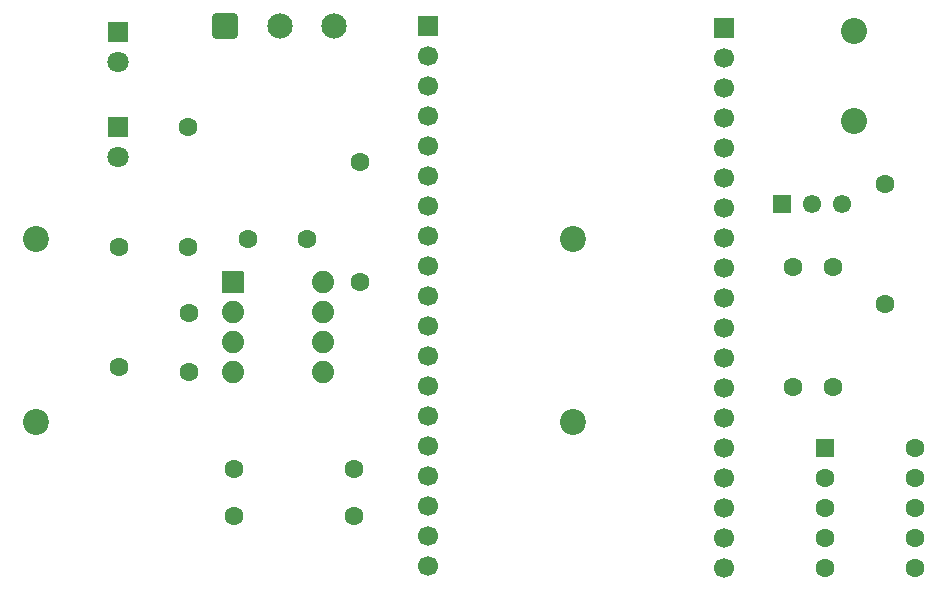
<source format=gts>
%TF.GenerationSoftware,KiCad,Pcbnew,9.0.6*%
%TF.CreationDate,2025-12-30T13:00:46-07:00*%
%TF.ProjectId,MainBoard,4d61696e-426f-4617-9264-2e6b69636164,rev?*%
%TF.SameCoordinates,Original*%
%TF.FileFunction,Soldermask,Top*%
%TF.FilePolarity,Negative*%
%FSLAX46Y46*%
G04 Gerber Fmt 4.6, Leading zero omitted, Abs format (unit mm)*
G04 Created by KiCad (PCBNEW 9.0.6) date 2025-12-30 13:00:46*
%MOMM*%
%LPD*%
G01*
G04 APERTURE LIST*
G04 Aperture macros list*
%AMRoundRect*
0 Rectangle with rounded corners*
0 $1 Rounding radius*
0 $2 $3 $4 $5 $6 $7 $8 $9 X,Y pos of 4 corners*
0 Add a 4 corners polygon primitive as box body*
4,1,4,$2,$3,$4,$5,$6,$7,$8,$9,$2,$3,0*
0 Add four circle primitives for the rounded corners*
1,1,$1+$1,$2,$3*
1,1,$1+$1,$4,$5*
1,1,$1+$1,$6,$7*
1,1,$1+$1,$8,$9*
0 Add four rect primitives between the rounded corners*
20,1,$1+$1,$2,$3,$4,$5,0*
20,1,$1+$1,$4,$5,$6,$7,0*
20,1,$1+$1,$6,$7,$8,$9,0*
20,1,$1+$1,$8,$9,$2,$3,0*%
G04 Aperture macros list end*
%ADD10R,1.800000X1.800000*%
%ADD11C,1.800000*%
%ADD12C,1.600000*%
%ADD13RoundRect,0.102000X-0.838200X-0.838200X0.838200X-0.838200X0.838200X0.838200X-0.838200X0.838200X0*%
%ADD14C,1.880400*%
%ADD15RoundRect,0.102000X-0.675000X-0.675000X0.675000X-0.675000X0.675000X0.675000X-0.675000X0.675000X0*%
%ADD16C,1.554000*%
%ADD17RoundRect,0.250000X-0.550000X-0.550000X0.550000X-0.550000X0.550000X0.550000X-0.550000X0.550000X0*%
%ADD18C,2.200000*%
%ADD19RoundRect,0.250000X-0.825000X-0.825000X0.825000X-0.825000X0.825000X0.825000X-0.825000X0.825000X0*%
%ADD20C,2.150000*%
%ADD21R,1.700000X1.700000*%
%ADD22C,1.700000*%
%ADD23C,2.204000*%
G04 APERTURE END LIST*
D10*
%TO.C,LD1*%
X120342760Y-83460000D03*
D11*
X120342760Y-86000000D03*
%TD*%
D10*
%TO.C,Q1*%
X120342760Y-91500000D03*
D11*
X120342760Y-94040000D03*
%TD*%
D12*
%TO.C,R4*%
X126273515Y-101667319D03*
X126273515Y-91507319D03*
%TD*%
D13*
%TO.C,U1*%
X130032760Y-104690000D03*
D14*
X130032760Y-107230000D03*
X130032760Y-109770000D03*
X130032760Y-112310000D03*
X137652760Y-112310000D03*
X137652760Y-109770000D03*
X137652760Y-107230000D03*
X137652760Y-104690000D03*
%TD*%
D12*
%TO.C,R5*%
X120393437Y-101663827D03*
X120393437Y-111823827D03*
%TD*%
D15*
%TO.C,Q2*%
X176557714Y-98048091D03*
D16*
X179097714Y-98048091D03*
X181637714Y-98048091D03*
%TD*%
D17*
%TO.C,SW2*%
X180222760Y-118681305D03*
D12*
X180222760Y-121221305D03*
X180222760Y-123761305D03*
X180222760Y-126301305D03*
X180222760Y-128841305D03*
X187842760Y-128841305D03*
X187842760Y-126301305D03*
X187842760Y-123761305D03*
X187842760Y-121221305D03*
X187842760Y-118681305D03*
%TD*%
D18*
%TO.C,M2*%
X158842760Y-101000000D03*
%TD*%
D12*
%TO.C,C2*%
X126342760Y-107314499D03*
X126342760Y-112314499D03*
%TD*%
D19*
%TO.C,TP4056 w/ Step Up*%
X129400000Y-83000000D03*
D20*
X134000000Y-83000000D03*
X138600000Y-83000000D03*
%TD*%
D12*
%TO.C,C1*%
X136342760Y-101000000D03*
X131342760Y-101000000D03*
%TD*%
%TO.C,R1*%
X140342760Y-120503094D03*
X130182760Y-120503094D03*
%TD*%
D18*
%TO.C,M2*%
X113342760Y-116500000D03*
%TD*%
D21*
%TO.C, *%
X171590000Y-83145000D03*
D22*
X171590000Y-85685000D03*
X171590000Y-88225000D03*
X171590000Y-90765000D03*
X171590000Y-93305000D03*
X171590000Y-95845000D03*
X171590000Y-98385000D03*
X171590000Y-100925000D03*
X171590000Y-103465000D03*
X171590000Y-106005000D03*
X171590000Y-108545000D03*
X171590000Y-111085000D03*
X171590000Y-113625000D03*
X171590000Y-116165000D03*
X171590000Y-118705000D03*
X171590000Y-121245000D03*
X171590000Y-123785000D03*
X171590000Y-126325000D03*
X171590000Y-128865000D03*
%TD*%
D23*
%TO.C,LS1*%
X182646828Y-91011089D03*
X182646828Y-83411089D03*
%TD*%
D18*
%TO.C,M2*%
X158842760Y-116500000D03*
%TD*%
D12*
%TO.C,R7*%
X177445867Y-103426864D03*
X177445867Y-113586864D03*
%TD*%
%TO.C,R8*%
X180842760Y-113580000D03*
X180842760Y-103420000D03*
%TD*%
%TO.C,R6*%
X185289530Y-96339067D03*
X185289530Y-106499067D03*
%TD*%
%TO.C,R3*%
X140842760Y-94500000D03*
X140842760Y-104660000D03*
%TD*%
D21*
%TO.C, *%
X146592760Y-83000000D03*
D22*
X146592760Y-85540000D03*
X146592760Y-88080000D03*
X146592760Y-90620000D03*
X146592760Y-93160000D03*
X146592760Y-95700000D03*
X146592760Y-98240000D03*
X146592760Y-100780000D03*
X146592760Y-103320000D03*
X146592760Y-105860000D03*
X146592760Y-108400000D03*
X146592760Y-110940000D03*
X146592760Y-113480000D03*
X146592760Y-116020000D03*
X146592760Y-118560000D03*
X146592760Y-121100000D03*
X146592760Y-123640000D03*
X146592760Y-126180000D03*
X146592760Y-128720000D03*
%TD*%
D12*
%TO.C,R2*%
X140342760Y-124503094D03*
X130182760Y-124503094D03*
%TD*%
D18*
%TO.C,M2*%
X113342760Y-101000000D03*
%TD*%
M02*

</source>
